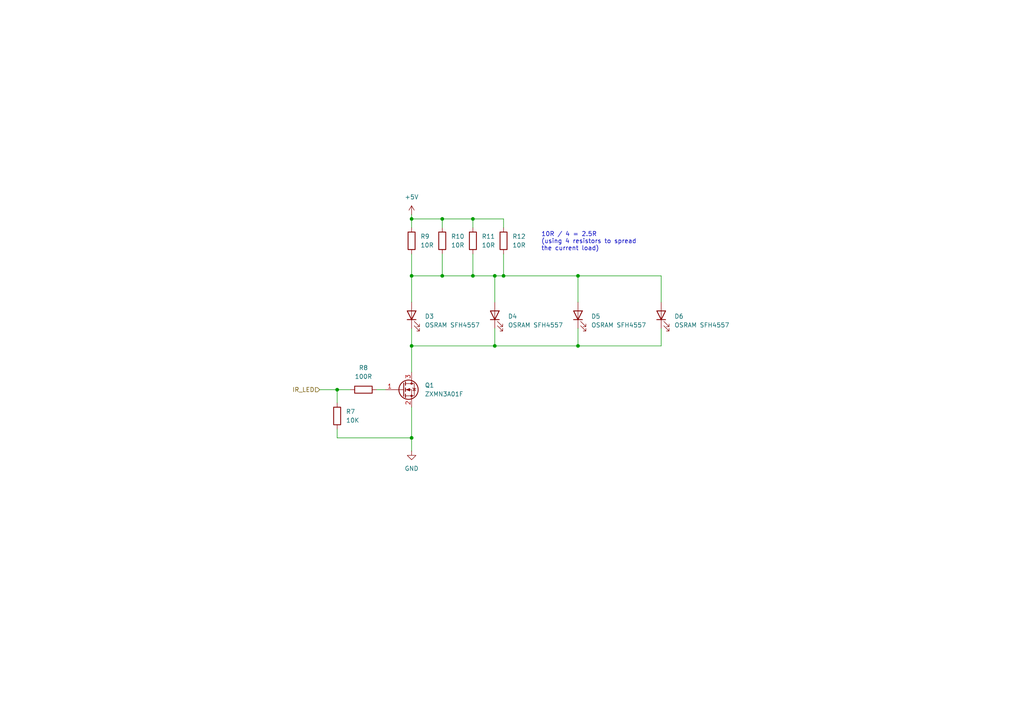
<source format=kicad_sch>
(kicad_sch (version 20231120) (generator "eeschema") (generator_version "8.0")
  (paper "A4")
  (title_block (title "Valiant Turtle 2 - Communicator - IR") (date "2024-10-23") (rev "2_1") (company "https://www.waitingforfriday.com") (comment 1 "(c) 2024 Simon Inns") (comment 2 "License: Attribution-ShareAlike 4.0 International (CC BY-SA 4.0)"))
  (lib_symbols
    (symbol "Device:LED" (pin_numbers hide) (pin_names (offset 1.016) hide)
      (property "Reference" "D" (at 0 2.54 0))
      (property "Value" "LED" (at 0 -2.54 0))
      (symbol "LED_0_1"
        (polyline (pts (xy -1.27 -1.27) (xy -1.27 1.27)) (stroke (width 0.254)))
        (polyline (pts (xy -1.27 0) (xy 1.27 0)))
        (polyline (pts (xy 1.27 -1.27) (xy 1.27 1.27) (xy -1.27 0) (xy 1.27 -1.27)) (stroke (width 0.254)))
        (polyline (pts (xy -3.048 -0.762) (xy -4.572 -2.286) (xy -3.81 -2.286) (xy -4.572 -2.286) (xy -4.572 -1.524)))
        (polyline (pts (xy -1.778 -0.762) (xy -3.302 -2.286) (xy -2.54 -2.286) (xy -3.302 -2.286) (xy -3.302 -1.524)))
      )
      (symbol "LED_1_1"
        (pin passive line (at -3.81 0 0) (length 2.54) (name "K") (number "1"))
        (pin passive line (at 3.81 0 180) (length 2.54) (name "A") (number "2"))
      )
    )
    (symbol "Device:R" (pin_numbers hide) (pin_names (offset 0))
      (property "Reference" "R" (at 2.032 0 90))
      (property "Value" "R" (at 0 0 90))
      (symbol "R_0_1"
        (rectangle (start -1.016 -2.54) (end 1.016 2.54) (stroke (width 0.254)))
      )
      (symbol "R_1_1"
        (pin passive line (at 0 3.81 270) (length 1.27) (name "~") (number "1"))
        (pin passive line (at 0 -3.81 90) (length 1.27) (name "~") (number "2"))
      )
    )
    (symbol "Transistor_FET:ZXMN3A01F" (pin_names hide)
      (property "Reference" "Q" (at 5.08 1.905 0))
      (property "Value" "ZXMN3A01F" (at 5.08 0 0))
      (symbol "ZXMN3A01F_0_1"
        (polyline (pts (xy 0.254 0) (xy -2.54 0)))
        (polyline (pts (xy 0.254 1.905) (xy 0.254 -1.905)) (stroke (width 0.254)))
        (polyline (pts (xy 0.762 -1.27) (xy 0.762 -2.286)) (stroke (width 0.254)))
        (polyline (pts (xy 0.762 0.508) (xy 0.762 -0.508)) (stroke (width 0.254)))
        (polyline (pts (xy 0.762 2.286) (xy 0.762 1.27)) (stroke (width 0.254)))
        (polyline (pts (xy 2.54 2.54) (xy 2.54 1.778)))
        (polyline (pts (xy 2.54 -2.54) (xy 2.54 0) (xy 0.762 0)))
        (polyline (pts (xy 0.762 -1.778) (xy 3.302 -1.778) (xy 3.302 1.778) (xy 0.762 1.778)))
        (polyline (pts (xy 1.016 0) (xy 2.032 0.381) (xy 2.032 -0.381) (xy 1.016 0)) (fill (type outline)))
        (polyline (pts (xy 2.794 0.508) (xy 2.921 0.381) (xy 3.683 0.381) (xy 3.81 0.254)))
        (polyline (pts (xy 3.302 0.381) (xy 2.921 -0.254) (xy 3.683 -0.254) (xy 3.302 0.381)))
        (circle (center 1.651 0) (radius 2.794) (stroke (width 0.254)))
        (circle (center 2.54 -1.778) (radius 0.254) (fill (type outline)))
        (circle (center 2.54 1.778) (radius 0.254) (fill (type outline)))
      )
      (symbol "ZXMN3A01F_1_1"
        (pin input line (at -5.08 0 0) (length 2.54) (name "G") (number "1"))
        (pin passive line (at 2.54 -5.08 90) (length 2.54) (name "S") (number "2"))
        (pin passive line (at 2.54 5.08 270) (length 2.54) (name "D") (number "3"))
      )
    )
    (symbol "power:+5V" (power) (pin_numbers hide) (pin_names (offset 0) hide)
      (property "Value" "+5V" (at 0 3.556 0))
      (symbol "+5V_0_1"
        (polyline (pts (xy -0.762 1.27) (xy 0 2.54)))
        (polyline (pts (xy 0 0) (xy 0 2.54)))
        (polyline (pts (xy 0 2.54) (xy 0.762 1.27)))
      )
      (symbol "+5V_1_1"
        (pin power_in line (at 0 0 90) (length 0) (name "~") (number "1"))
      )
    )
    (symbol "power:GND" (power) (pin_numbers hide) (pin_names (offset 0) hide)
      (property "Value" "GND" (at 0 -3.81 0))
      (symbol "GND_0_1"
        (polyline (pts (xy 0 0) (xy 0 -1.27) (xy 1.27 -1.27) (xy 0 -2.54) (xy -1.27 -1.27) (xy 0 -1.27)))
      )
      (symbol "GND_1_1"
        (pin power_in line (at 0 0 270) (length 0) (name "~") (number "1"))
      )
    )
  )
  (junction (at 146.05 80.01))
  (junction (at 167.64 80.01))
  (junction (at 119.38 127))
  (junction (at 143.51 100.33))
  (junction (at 119.38 63.5))
  (junction (at 119.38 80.01))
  (junction (at 143.51 80.01))
  (junction (at 128.27 80.01))
  (junction (at 97.79 113.03))
  (junction (at 167.64 100.33))
  (junction (at 137.16 80.01))
  (junction (at 128.27 63.5))
  (junction (at 137.16 63.5))
  (junction (at 119.38 100.33))
  (wire (pts (xy 167.64 80.01) (xy 167.64 87.63)))
  (wire (pts (xy 119.38 127) (xy 119.38 130.81)))
  (wire (pts (xy 143.51 80.01) (xy 146.05 80.01)))
  (wire (pts (xy 143.51 100.33) (xy 167.64 100.33)))
  (wire (pts (xy 119.38 118.11) (xy 119.38 127)))
  (wire (pts (xy 191.77 95.25) (xy 191.77 100.33)))
  (wire (pts (xy 119.38 100.33) (xy 119.38 107.95)))
  (wire (pts (xy 167.64 95.25) (xy 167.64 100.33)))
  (wire (pts (xy 119.38 100.33) (xy 143.51 100.33)))
  (wire (pts (xy 137.16 73.66) (xy 137.16 80.01)))
  (wire (pts (xy 97.79 127) (xy 119.38 127)))
  (wire (pts (xy 97.79 113.03) (xy 97.79 116.84)))
  (wire (pts (xy 146.05 63.5) (xy 146.05 66.04)))
  (wire (pts (xy 143.51 80.01) (xy 143.51 87.63)))
  (wire (pts (xy 119.38 63.5) (xy 128.27 63.5)))
  (wire (pts (xy 191.77 100.33) (xy 167.64 100.33)))
  (wire (pts (xy 97.79 124.46) (xy 97.79 127)))
  (wire (pts (xy 119.38 62.23) (xy 119.38 63.5)))
  (wire (pts (xy 191.77 80.01) (xy 167.64 80.01)))
  (wire (pts (xy 119.38 80.01) (xy 128.27 80.01)))
  (wire (pts (xy 128.27 80.01) (xy 137.16 80.01)))
  (wire (pts (xy 146.05 73.66) (xy 146.05 80.01)))
  (wire (pts (xy 92.71 113.03) (xy 97.79 113.03)))
  (wire (pts (xy 119.38 95.25) (xy 119.38 100.33)))
  (wire (pts (xy 119.38 66.04) (xy 119.38 63.5)))
  (wire (pts (xy 128.27 73.66) (xy 128.27 80.01)))
  (wire (pts (xy 128.27 66.04) (xy 128.27 63.5)))
  (wire (pts (xy 119.38 73.66) (xy 119.38 80.01)))
  (wire (pts (xy 137.16 63.5) (xy 146.05 63.5)))
  (wire (pts (xy 109.22 113.03) (xy 111.76 113.03)))
  (wire (pts (xy 143.51 95.25) (xy 143.51 100.33)))
  (wire (pts (xy 119.38 80.01) (xy 119.38 87.63)))
  (wire (pts (xy 191.77 87.63) (xy 191.77 80.01)))
  (wire (pts (xy 128.27 63.5) (xy 137.16 63.5)))
  (wire (pts (xy 137.16 63.5) (xy 137.16 66.04)))
  (wire (pts (xy 97.79 113.03) (xy 101.6 113.03)))
  (wire (pts (xy 137.16 80.01) (xy 143.51 80.01)))
  (wire (pts (xy 167.64 80.01) (xy 146.05 80.01)))
  (text "10R / 4 = 2.5R\n(using 4 resistors to spread\nthe current load)" (at 156.972 70.104 0) (effects (font (size 1.27 1.27)) (justify left)))
  (hierarchical_label "IR_LED" (shape input) (at 92.71 113.03 180))
  (symbol (lib_id "power:GND") (at 119.38 130.81 0) (unit 1)
    (property "Reference" "#PWR015" (effects (hide yes)))
    (property "Value" "GND" (at 119.38 135.89 0))
    (property "Description" "Power symbol creates a global label with name \"GND\" , ground" (effects (hide yes)))
  )
  (symbol (lib_id "power:+5V") (at 119.38 62.23 0) (unit 1)
    (property "Reference" "#PWR014" (effects (hide yes)))
    (property "Value" "+5V" (at 119.38 57.15 0))
    (property "Description" "Power symbol creates a global label with name \"+5V\"" (effects (hide yes)))
  )
  (symbol (lib_id "Device:R") (at 119.38 69.85 0) (unit 1)
    (property "Reference" "R9" (at 121.92 68.5799 0) (effects (justify left)))
    (property "Value" "10R" (at 121.92 71.1199 0) (effects (justify left)))
    (property "Footprint" "Resistor_SMD:R_0805_2012Metric_Pad1.20x1.40mm_HandSolder" (effects (hide yes)))
    (property "Description" "Resistor" (effects (hide yes)))
  )
  (symbol (lib_id "Device:R") (at 97.79 120.65 0) (unit 1)
    (property "Reference" "R7" (at 100.33 119.3799 0) (effects (justify left)))
    (property "Value" "10K" (at 100.33 121.9199 0) (effects (justify left)))
    (property "Footprint" "Resistor_SMD:R_0805_2012Metric_Pad1.20x1.40mm_HandSolder" (effects (hide yes)))
    (property "Description" "Resistor" (effects (hide yes)))
  )
  (symbol (lib_id "Device:LED") (at 191.77 91.44 90) (unit 1)
    (property "Reference" "D6" (at 195.58 91.7574 90) (effects (justify right)))
    (property "Value" "OSRAM SFH4557" (at 195.58 94.2974 90) (effects (justify right)))
    (property "Footprint" "LED_THT:LED_D5.0mm_Horizontal_O1.27mm_Z3.0mm_IRBlack" (effects (hide yes)))
    (property "Description" "Light emitting diode" (effects (hide yes)))
  )
  (symbol (lib_id "Transistor_FET:ZXMN3A01F") (at 116.84 113.03 0) (unit 1)
    (property "Reference" "Q1" (at 123.19 111.7599 0) (effects (justify left)))
    (property "Value" "ZXMN3A01F" (at 123.19 114.2999 0) (effects (justify left)))
    (property "Footprint" "Package_TO_SOT_SMD:SOT-23" (effects (hide yes)))
    (property "Datasheet" "http://www.diodes.com/assets/Datasheets/ZXMN3A01F.pdf" (effects (hide yes)))
    (property "Description" "2A Id, 30V Vds, N-Channel MOSFET, SOT-23" (effects (hide yes)))
  )
  (symbol (lib_id "Device:LED") (at 167.64 91.44 90) (unit 1)
    (property "Reference" "D5" (at 171.45 91.7574 90) (effects (justify right)))
    (property "Value" "OSRAM SFH4557" (at 171.45 94.2974 90) (effects (justify right)))
    (property "Footprint" "LED_THT:LED_D5.0mm_Horizontal_O1.27mm_Z3.0mm_IRBlack" (effects (hide yes)))
    (property "Description" "Light emitting diode" (effects (hide yes)))
  )
  (symbol (lib_id "Device:R") (at 128.27 69.85 0) (unit 1)
    (property "Reference" "R10" (at 130.81 68.5799 0) (effects (justify left)))
    (property "Value" "10R" (at 130.81 71.1199 0) (effects (justify left)))
    (property "Footprint" "Resistor_SMD:R_0805_2012Metric_Pad1.20x1.40mm_HandSolder" (effects (hide yes)))
    (property "Description" "Resistor" (effects (hide yes)))
  )
  (symbol (lib_id "Device:R") (at 146.05 69.85 0) (unit 1)
    (property "Reference" "R12" (at 148.59 68.5799 0) (effects (justify left)))
    (property "Value" "10R" (at 148.59 71.1199 0) (effects (justify left)))
    (property "Footprint" "Resistor_SMD:R_0805_2012Metric_Pad1.20x1.40mm_HandSolder" (effects (hide yes)))
    (property "Description" "Resistor" (effects (hide yes)))
  )
  (symbol (lib_id "Device:LED") (at 119.38 91.44 90) (unit 1)
    (property "Reference" "D3" (at 123.19 91.7574 90) (effects (justify right)))
    (property "Value" "OSRAM SFH4557" (at 123.19 94.2974 90) (effects (justify right)))
    (property "Footprint" "LED_THT:LED_D5.0mm_Horizontal_O1.27mm_Z3.0mm_IRBlack" (effects (hide yes)))
    (property "Description" "Light emitting diode" (effects (hide yes)))
  )
  (symbol (lib_id "Device:LED") (at 143.51 91.44 90) (unit 1)
    (property "Reference" "D4" (at 147.32 91.7574 90) (effects (justify right)))
    (property "Value" "OSRAM SFH4557" (at 147.32 94.2974 90) (effects (justify right)))
    (property "Footprint" "LED_THT:LED_D5.0mm_Horizontal_O1.27mm_Z3.0mm_IRBlack" (effects (hide yes)))
    (property "Description" "Light emitting diode" (effects (hide yes)))
  )
  (symbol (lib_id "Device:R") (at 137.16 69.85 0) (unit 1)
    (property "Reference" "R11" (at 139.7 68.5799 0) (effects (justify left)))
    (property "Value" "10R" (at 139.7 71.1199 0) (effects (justify left)))
    (property "Footprint" "Resistor_SMD:R_0805_2012Metric_Pad1.20x1.40mm_HandSolder" (effects (hide yes)))
    (property "Description" "Resistor" (effects (hide yes)))
  )
  (symbol (lib_id "Device:R") (at 105.41 113.03 270) (unit 1)
    (property "Reference" "R8" (at 105.41 106.68 90))
    (property "Value" "100R" (at 105.41 109.22 90))
    (property "Footprint" "Resistor_SMD:R_0805_2012Metric_Pad1.20x1.40mm_HandSolder" (effects (hide yes)))
    (property "Description" "Resistor" (effects (hide yes)))
  )
)
</source>
